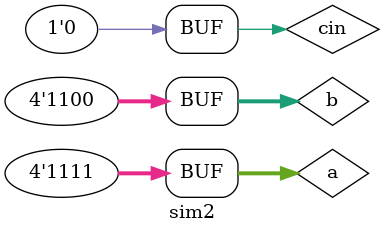
<source format=v>
`timescale 1ns / 1ps


module sim2(
    );
    
    reg [3:0]a;
    reg [3:0]b ;
    reg cin;
    wire [3:0] s ;
    wire G,P ;
    
    four_bits_adder add (a,b,cin,s,G,P);
    
    initial begin
        a = 4'b1111;
        b = 4'b1100;
        cin = 0;
     end
    
endmodule

</source>
